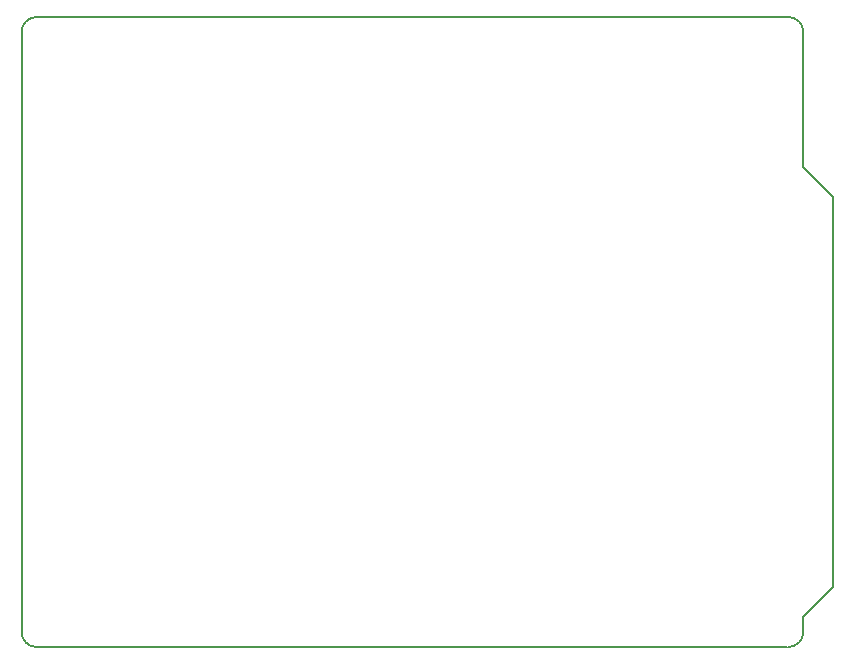
<source format=gbr>
G04 #@! TF.FileFunction,Profile,NP*
%FSLAX46Y46*%
G04 Gerber Fmt 4.6, Leading zero omitted, Abs format (unit mm)*
G04 Created by KiCad (PCBNEW (2014-jul-16 BZR unknown)-product) date Ter 09 Dez 2014 19:06:22 BRST*
%MOMM*%
G01*
G04 APERTURE LIST*
%ADD10C,0.150000*%
%ADD11C,0.200000*%
G04 APERTURE END LIST*
D10*
D11*
X1270000Y0D02*
X64947800Y0D01*
X0Y-52070000D02*
X0Y-1270000D01*
X64922400Y-53340000D02*
G75*
G03X66192400Y-52070000I0J1270000D01*
G01*
X66192400Y-1270000D02*
G75*
G03X64922400Y0I-1270000J0D01*
G01*
X66192400Y-50800000D02*
X66192400Y-52070000D01*
X68732400Y-48260000D02*
X66192400Y-50800000D01*
X68732400Y-15240000D02*
X68732400Y-48260000D01*
X66192400Y-12700000D02*
X68732400Y-15240000D01*
X66192400Y-1270000D02*
X66192400Y-12700000D01*
X1270000Y0D02*
G75*
G03X0Y-1270000I0J-1270000D01*
G01*
X0Y-52070000D02*
G75*
G03X1270000Y-53340000I1270000J0D01*
G01*
X1320800Y-53340000D02*
X64820800Y-53340000D01*
M02*

</source>
